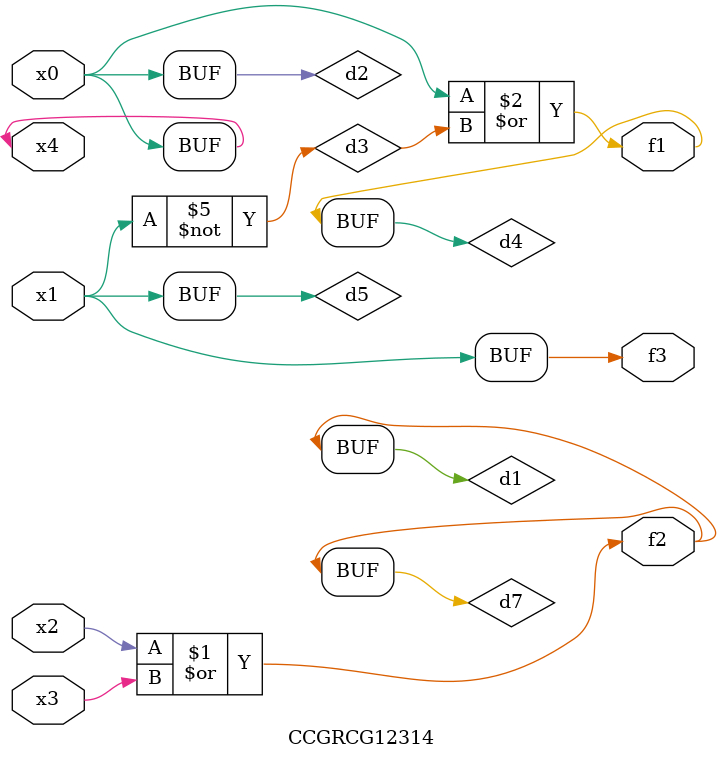
<source format=v>
module CCGRCG12314(
	input x0, x1, x2, x3, x4,
	output f1, f2, f3
);

	wire d1, d2, d3, d4, d5, d6, d7;

	or (d1, x2, x3);
	buf (d2, x0, x4);
	not (d3, x1);
	or (d4, d2, d3);
	not (d5, d3);
	nand (d6, d1, d3);
	or (d7, d1);
	assign f1 = d4;
	assign f2 = d7;
	assign f3 = d5;
endmodule

</source>
